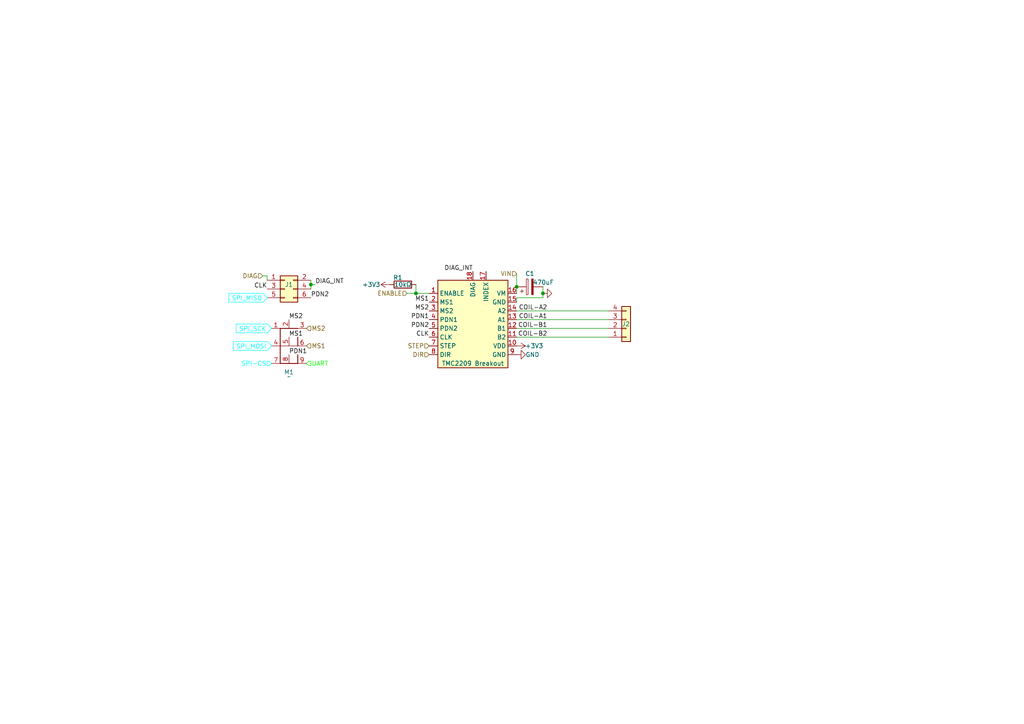
<source format=kicad_sch>
(kicad_sch (version 20250114) (generator "eeschema") (generator_version "9.0")
  (paper "A4")
  (lib_symbols
    (symbol "Connector_Generic:Conn_01x04" (pin_names (offset 1.016) (hide yes))
      (property "Reference" "J" (at 0 5.08 0))
      (property "Value" "Conn_01x04" (at 0 -7.62 0))
      (symbol "Conn_01x04_1_1"
        (rectangle (start -1.27 3.81) (end 1.27 -6.35) (stroke (width 0.254)) (fill (type background)))
        (rectangle (start -1.27 2.667) (end 0 2.413) (stroke (width 0.1524)))
        (rectangle (start -1.27 0.127) (end 0 -0.127) (stroke (width 0.1524)))
        (rectangle (start -1.27 -2.413) (end 0 -2.667) (stroke (width 0.1524)))
        (rectangle (start -1.27 -4.953) (end 0 -5.207) (stroke (width 0.1524)))
        (pin passive line (at -5.08 2.54 0) (length 3.81) (name "Pin_1") (number "1"))
        (pin passive line (at -5.08 0 0) (length 3.81) (name "Pin_2") (number "2"))
        (pin passive line (at -5.08 -2.54 0) (length 3.81) (name "Pin_3") (number "3"))
        (pin passive line (at -5.08 -5.08 0) (length 3.81) (name "Pin_4") (number "4"))
      )
    )
    (symbol "Connector_Generic:Conn_02x03_Odd_Even" (pin_names (offset 1.016) (hide yes))
      (property "Reference" "J" (at 1.27 5.08 0))
      (property "Value" "Conn_02x03_Odd_Even" (at 1.27 -5.08 0))
      (symbol "Conn_02x03_Odd_Even_1_1"
        (rectangle (start -1.27 3.81) (end 3.81 -3.81) (stroke (width 0.254)) (fill (type background)))
        (rectangle (start -1.27 2.667) (end 0 2.413) (stroke (width 0.1524)))
        (rectangle (start -1.27 0.127) (end 0 -0.127) (stroke (width 0.1524)))
        (rectangle (start -1.27 -2.413) (end 0 -2.667) (stroke (width 0.1524)))
        (rectangle (start 3.81 2.667) (end 2.54 2.413) (stroke (width 0.1524)))
        (rectangle (start 3.81 0.127) (end 2.54 -0.127) (stroke (width 0.1524)))
        (rectangle (start 3.81 -2.413) (end 2.54 -2.667) (stroke (width 0.1524)))
        (pin passive line (at -5.08 2.54 0) (length 3.81) (name "Pin_1") (number "1"))
        (pin passive line (at -5.08 0 0) (length 3.81) (name "Pin_3") (number "3"))
        (pin passive line (at -5.08 -2.54 0) (length 3.81) (name "Pin_5") (number "5"))
        (pin passive line (at 7.62 2.54 180) (length 3.81) (name "Pin_2") (number "2"))
        (pin passive line (at 7.62 0 180) (length 3.81) (name "Pin_4") (number "4"))
        (pin passive line (at 7.62 -2.54 180) (length 3.81) (name "Pin_6") (number "6"))
      )
    )
    (symbol "CustomSymbols:3x9_Pin_Connector"
      (property "Reference" "M" (at 0 0 0))
      (symbol "3x9_Pin_Connector_0_1"
        (polyline (pts (xy -2.54 6.35) (xy 2.54 6.35)))
      )
      (symbol "3x9_Pin_Connector_1_1"
        (polyline (pts (xy 2.54 6.35) (xy 2.54 8.89)) (stroke (width 0.254)))
        (polyline (pts (xy 2.54 1.27) (xy 2.54 3.81)) (stroke (width 0.254)))
        (polyline (pts (xy 2.54 1.27) (xy -2.54 1.27) (xy -2.54 11.43) (xy 2.54 11.43)) (stroke (width 0.254)))
        (pin bidirectional line (at -5.08 11.43 0) (length 2.54) (name "") (number "1"))
        (pin bidirectional line (at -5.08 6.35 0) (length 2.54) (name "") (number "4"))
        (pin bidirectional line (at -5.08 1.27 0) (length 2.54) (name "") (number "7"))
        (pin bidirectional line (at 0 13.97 270) (length 2.54) (name "") (number "2"))
        (pin bidirectional line (at 0 8.89 270) (length 2.54) (name "") (number "5"))
        (pin bidirectional line (at 0 3.81 270) (length 2.54) (name "") (number "8"))
        (pin bidirectional line (at 5.08 11.43 180) (length 2.54) (name "") (number "3"))
        (pin bidirectional line (at 5.08 6.35 180) (length 2.54) (name "") (number "6"))
        (pin bidirectional line (at 5.08 1.27 180) (length 2.54) (name "") (number "9"))
      )
    )
    (symbol "CustomSymbols:TMC2209 StepStick Breakout"
      (property "Reference" "M" (at 1.27 -3.81 0))
      (property "Value" "TMC2209 Breakout" (at 11.43 -7.62 0))
      (symbol "TMC2209 StepStick Breakout_0_1"
        (rectangle (start -7.62 16.51) (end 12.7 -8.89) (stroke (width 0.254)) (fill (type background)))
      )
      (symbol "TMC2209 StepStick Breakout_1_1"
        (pin input line (at -10.16 12.7 0) (length 2.54) (name "ENABLE") (number "1"))
        (pin input line (at -10.16 10.16 0) (length 2.54) (name "MS1") (number "2"))
        (pin input line (at -10.16 7.62 0) (length 2.54) (name "MS2") (number "3"))
        (pin output line (at -10.16 5.08 0) (length 2.54) (name "PDN1") (number "4"))
        (pin output line (at -10.16 2.54 0) (length 2.54) (name "PDN2") (number "5"))
        (pin input line (at -10.16 0 0) (length 2.54) (name "CLK") (number "6"))
        (pin input line (at -10.16 -2.54 0) (length 2.54) (name "STEP") (number "7"))
        (pin input line (at -10.16 -5.08 0) (length 2.54) (name "DIR") (number "8"))
        (pin output line (at 2.54 19.05 270) (length 2.54) (name "DIAG") (number "18"))
        (pin input line (at 6.35 19.05 270) (length 2.54) (name "INDEX") (number "17"))
        (pin input line (at 15.24 12.7 180) (length 2.54) (name "VM") (number "16"))
        (pin input line (at 15.24 10.16 180) (length 2.54) (name "GND") (number "15"))
        (pin output line (at 15.24 7.62 180) (length 2.54) (name "A2") (number "14"))
        (pin output line (at 15.24 5.08 180) (length 2.54) (name "A1") (number "13"))
        (pin output line (at 15.24 2.54 180) (length 2.54) (name "B1") (number "12"))
        (pin output line (at 15.24 0 180) (length 2.54) (name "B2") (number "11"))
        (pin input line (at 15.24 -2.54 180) (length 2.54) (name "VDD") (number "10"))
        (pin input line (at 15.24 -5.08 180) (length 2.54) (name "GND") (number "9"))
      )
    )
    (symbol "Device:C_Polarized" (pin_numbers (hide yes)) (pin_names (offset 0.254))
      (property "Reference" "C" (at 0.635 2.54 0))
      (property "Value" "C_Polarized" (at 0.635 -2.54 0))
      (symbol "C_Polarized_0_1"
        (rectangle (start -2.286 0.508) (end 2.286 1.016))
        (polyline (pts (xy -1.778 2.286) (xy -0.762 2.286)))
        (polyline (pts (xy -1.27 2.794) (xy -1.27 1.778)))
        (rectangle (start 2.286 -0.508) (end -2.286 -1.016) (fill (type outline)))
      )
      (symbol "C_Polarized_1_1"
        (pin passive line (at 0 3.81 270) (length 2.794) (name "~") (number "1"))
        (pin passive line (at 0 -3.81 90) (length 2.794) (name "~") (number "2"))
      )
    )
    (symbol "Device:R" (pin_numbers (hide yes)) (pin_names (offset 0))
      (property "Reference" "R" (at 2.032 0 90))
      (property "Value" "R" (at 0 0 90))
      (symbol "R_0_1"
        (rectangle (start -1.016 -2.54) (end 1.016 2.54) (stroke (width 0.254)))
      )
      (symbol "R_1_1"
        (pin passive line (at 0 3.81 270) (length 1.27) (name "~") (number "1"))
        (pin passive line (at 0 -3.81 90) (length 1.27) (name "~") (number "2"))
      )
    )
    (symbol "power:+3V3" (power) (pin_names (offset 0))
      (property "Value" "+3V3" (at 0 3.556 0))
      (symbol "+3V3_0_1"
        (polyline (pts (xy -0.762 1.27) (xy 0 2.54)))
        (polyline (pts (xy 0 2.54) (xy 0.762 1.27)))
        (polyline (pts (xy 0 0) (xy 0 2.54)))
      )
      (symbol "+3V3_1_1"
        (pin power_in line (at 0 0 90) (length 0) (hide yes) (name "+3V3") (number "1"))
      )
    )
    (symbol "power:GND" (power) (pin_names (offset 0))
      (property "Value" "GND" (at 0 -3.81 0))
      (symbol "GND_0_1"
        (polyline (pts (xy 0 0) (xy 0 -1.27) (xy 1.27 -1.27) (xy 0 -2.54) (xy -1.27 -1.27) (xy 0 -1.27)))
      )
      (symbol "GND_1_1"
        (pin power_in line (at 0 0 270) (length 0) (hide yes) (name "GND") (number "1"))
      )
    )
  )
  (junction (at 120.65 85.09))
  (junction (at 90.17 82.55))
  (junction (at 157.48 85.09))
  (junction (at 149.86 83.185))
  (wire (pts (xy 149.86 86.36) (xy 149.86 87.63)))
  (wire (pts (xy 91.44 82.55) (xy 90.17 82.55)))
  (wire (pts (xy 157.48 85.09) (xy 157.48 86.36)))
  (wire (pts (xy 118.11 85.09) (xy 120.65 85.09)))
  (wire (pts (xy 157.48 86.36) (xy 149.86 86.36)))
  (wire (pts (xy 149.86 83.185) (xy 149.86 85.09)))
  (wire (pts (xy 90.17 81.28) (xy 90.17 82.55)))
  (wire (pts (xy 149.86 92.71) (xy 176.53 92.71)))
  (wire (pts (xy 77.47 80.01) (xy 77.47 81.28)))
  (wire (pts (xy 149.86 95.25) (xy 176.53 95.25)))
  (wire (pts (xy 157.48 83.185) (xy 157.48 85.09)))
  (wire (pts (xy 76.2 80.01) (xy 77.47 80.01)))
  (wire (pts (xy 90.17 82.55) (xy 90.17 83.82)))
  (wire (pts (xy 120.65 85.09) (xy 124.46 85.09)))
  (wire (pts (xy 149.86 90.17) (xy 176.53 90.17)))
  (wire (pts (xy 120.65 82.55) (xy 120.65 85.09)))
  (wire (pts (xy 149.86 79.375) (xy 149.86 83.185)))
  (wire (pts (xy 149.86 97.79) (xy 176.53 97.79)))
  (label "PDN1" (at 124.46 92.71 180))
  (label "PDN2" (at 90.17 86.36 0))
  (label "PDN1" (at 83.82 102.87 0))
  (label "CLK" (at 124.46 97.79 180))
  (label "DIAG_INT" (at 137.16 78.74 180))
  (label "COIL-B1" (at 158.75 95.25 180))
  (label "MS1" (at 83.82 97.79 0))
  (label "MS2" (at 124.46 90.17 180))
  (label "CLK" (at 77.47 83.82 180))
  (label "DIAG_INT" (at 91.44 82.55 0))
  (label "MS1" (at 124.46 87.63 180))
  (label "COIL-B2" (at 158.75 97.79 180))
  (label "MS2" (at 83.82 92.71 0))
  (label "COIL-A1" (at 158.75 92.71 180))
  (label "PDN2" (at 124.46 95.25 180))
  (label "COIL-A2" (at 158.75 90.17 180))
  (global_label "SPI_SCK" (shape input) (at 78.74 95.25 180) (property "Intersheetrefs" "${INTERSHEET_REFS}" (effects (hide yes))))
  (global_label "SPI_MISO" (shape input) (at 77.47 86.36 180) (property "Intersheetrefs" "${INTERSHEET_REFS}" (effects (hide yes))))
  (global_label "SPI_MOSI" (shape input) (at 78.74 100.33 180) (property "Intersheetrefs" "${INTERSHEET_REFS}" (effects (hide yes))))
  (hierarchical_label "DIAG" (shape input) (at 76.2 80.01 180))
  (hierarchical_label "MS2" (shape input) (at 88.9 95.25 0))
  (hierarchical_label "MS1" (shape input) (at 88.9 100.33 0))
  (hierarchical_label "UART" (shape input) (at 88.9 105.41 0))
  (hierarchical_label "DIR" (shape input) (at 124.46 102.87 180))
  (hierarchical_label "ENABLE" (shape input) (at 118.11 85.09 180))
  (hierarchical_label "STEP" (shape input) (at 124.46 100.33 180))
  (hierarchical_label "SPI-CS" (shape input) (at 78.74 105.41 180))
  (hierarchical_label "VIN" (shape input) (at 149.86 79.375 180))
  (symbol (lib_id "Connector_Generic:Conn_02x03_Odd_Even") (at 82.55 83.82 0) (unit 1)
    (property "Reference" "J1" (at 83.82 82.55 0))
    (property "Value" "Conn_02x03_Odd_Even" (effects (hide yes)))
    (property "Footprint" "Connector_PinHeader_2.54mm:PinHeader_2x03_P2.54mm_Vertical" (effects (hide yes)))
    (property "Description" "Generic connector, double row, 02x03, odd/even pin numbering scheme (row 1 odd numbers, row 2 even numbers), script generated (kicad-library-utils/schlib/autogen/connector/)" (effects (hide yes)))
  )
  (symbol (lib_id "Connector_Generic:Conn_01x04") (at 181.61 95.25 0) (mirror x) (unit 1)
    (property "Reference" "J2" (at 180.34 93.98 0) (effects (justify left)))
    (property "Value" "Conn_01x04" (effects (hide yes)))
    (property "Footprint" "Connector_JST:JST_XH_B4B-XH-AM_1x04_P2.50mm_Vertical" (effects (hide yes)))
  )
  (symbol (lib_id "Device:R") (at 116.84 82.55 270) (unit 1)
    (property "Reference" "R1" (at 114.046 80.518 90) (effects (justify left)))
    (property "Value" "10kΩ" (at 114.3 82.55 90) (effects (justify left)))
    (property "Footprint" "Resistor_THT:R_Axial_DIN0207_L6.3mm_D2.5mm_P10.16mm_Horizontal" (effects (hide yes)))
  )
  (symbol (lib_id "power:GND") (at 149.86 102.87 90) (unit 1)
    (property "Reference" "#PWR03" (effects (hide yes)))
    (property "Value" "GND" (at 154.432 102.87 90))
  )
  (symbol (lib_id "power:GND") (at 157.48 85.09 90) (unit 1)
    (property "Reference" "#PWR04" (effects (hide yes)))
    (property "Value" "GND" (effects (hide yes)))
  )
  (symbol (lib_id "Device:C_Polarized") (at 153.67 83.185 90) (unit 1)
    (property "Reference" "C1" (at 153.67 79.375 90))
    (property "Value" "470uF" (at 160.655 81.915 90) (effects (justify left)))
    (property "Footprint" "OpenA1K:Cap ~ 12.5, 2.5mm-7.5mm pitch" (effects (hide yes)))
  )
  (symbol (lib_id "CustomSymbols:TMC2209 StepStick Breakout") (at 134.62 97.79 0) (unit 1)
    (property "Reference" "M2" (effects (hide yes)))
    (property "Value" "TMC2209 Breakout" (at 137.16 105.41 0))
    (property "Footprint" "OpenA1K:TMC2209 Footprint" (effects (hide yes)))
  )
  (symbol (lib_id "power:+3V3") (at 113.03 82.55 90) (unit 1)
    (property "Reference" "#PWR01" (effects (hide yes)))
    (property "Value" "+3V3" (at 107.696 82.55 90))
  )
  (symbol (lib_id "CustomSymbols:3x9_Pin_Connector") (at 83.82 106.68 0) (unit 1)
    (property "Reference" "M1" (at 83.82 107.95 0))
    (property "Value" "~" (at 83.82 109.22 0))
    (property "Footprint" "OpenA1K:PinHeader 3x03 P2.54mm" (effects (hide yes)))
  )
  (symbol (lib_id "power:+3V3") (at 149.86 100.33 270) (unit 1)
    (property "Reference" "#PWR02" (effects (hide yes)))
    (property "Value" "+3V3" (at 154.94 100.33 90))
  )
)
</source>
